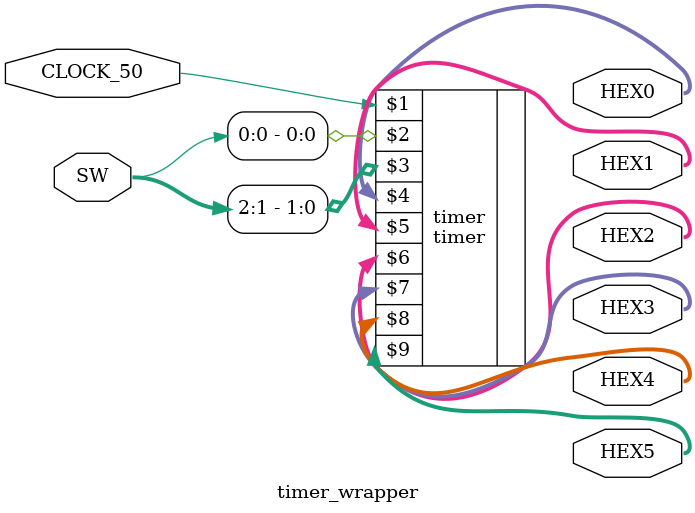
<source format=sv>
module timer_wrapper (input  logic       CLOCK_50,
                      input  logic [2:0] SW,
                      output logic [6:0] HEX0, HEX1, HEX2, HEX3, HEX4, HEX5);
          //clk,      reset, select[1:0], segs0, segs1, segs2, segs3, segs4, segs5
timer timer(CLOCK_50, SW[0], SW[2:1],     HEX0,  HEX1,  HEX2,  HEX3,  HEX4,  HEX5);
endmodule
</source>
